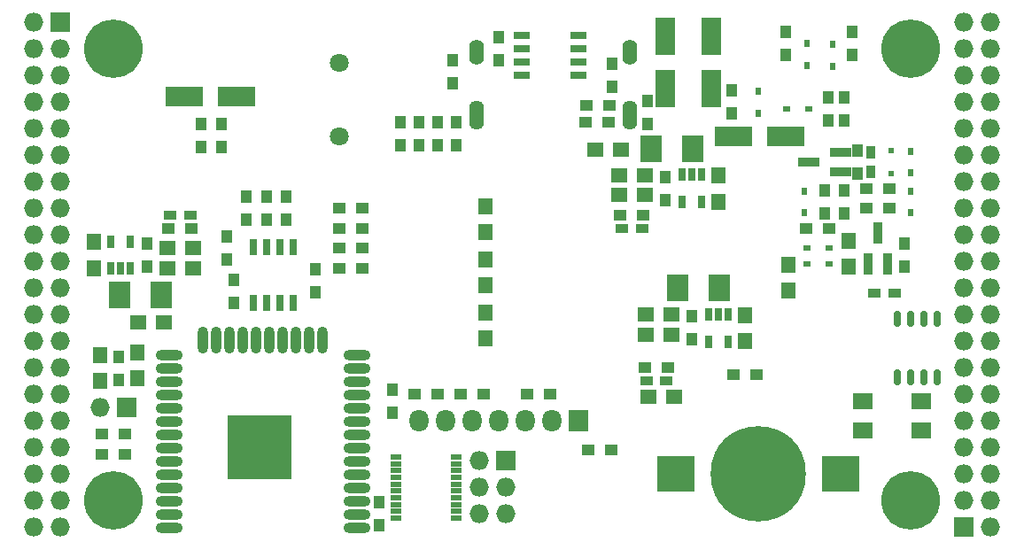
<source format=gbs>
G04 #@! TF.FileFunction,Soldermask,Bot*
%FSLAX46Y46*%
G04 Gerber Fmt 4.6, Leading zero omitted, Abs format (unit mm)*
G04 Created by KiCad (PCBNEW 4.0.7+dfsg1-1) date Wed Oct 11 10:43:22 2017*
%MOMM*%
%LPD*%
G01*
G04 APERTURE LIST*
%ADD10C,0.100000*%
%ADD11R,1.900000X3.600000*%
%ADD12R,1.000000X1.300000*%
%ADD13R,2.100000X2.600000*%
%ADD14R,0.800000X1.300000*%
%ADD15R,1.350000X1.600000*%
%ADD16R,1.600000X1.350000*%
%ADD17O,0.709600X1.573200*%
%ADD18R,0.900000X2.000000*%
%ADD19R,2.000000X0.900000*%
%ADD20R,1.300000X0.850000*%
%ADD21R,0.850000X1.300000*%
%ADD22R,1.300000X1.000000*%
%ADD23R,0.700000X1.650000*%
%ADD24R,1.650000X0.700000*%
%ADD25O,2.600000X1.000000*%
%ADD26O,1.000000X2.600000*%
%ADD27R,6.100000X6.100000*%
%ADD28R,1.827200X1.827200*%
%ADD29O,1.827200X1.827200*%
%ADD30C,5.600000*%
%ADD31R,1.100000X0.500000*%
%ADD32R,1.827200X2.132000*%
%ADD33O,1.827200X2.132000*%
%ADD34R,3.600000X3.400000*%
%ADD35C,9.100000*%
%ADD36C,1.800000*%
%ADD37O,1.400000X2.800000*%
%ADD38O,1.400000X2.400000*%
%ADD39R,1.900000X1.500000*%
%ADD40R,0.600000X0.600000*%
%ADD41R,0.700000X0.550000*%
%ADD42R,0.550000X0.700000*%
%ADD43R,3.600000X1.900000*%
G04 APERTURE END LIST*
D10*
D11*
X155695000Y-69000000D03*
X155695000Y-64000000D03*
D12*
X154044000Y-72426000D03*
X154044000Y-70226000D03*
D13*
X160870000Y-88090000D03*
X156870000Y-88090000D03*
D14*
X159825000Y-90600000D03*
X160775000Y-90600000D03*
X161725000Y-90600000D03*
X161725000Y-93200000D03*
X159825000Y-93200000D03*
D13*
X158330000Y-74755000D03*
X154330000Y-74755000D03*
D14*
X157285000Y-77235000D03*
X158235000Y-77235000D03*
X159185000Y-77235000D03*
X159185000Y-79835000D03*
X157285000Y-79835000D03*
D13*
X103530000Y-88725000D03*
X107530000Y-88725000D03*
D14*
X104575000Y-86215000D03*
X103625000Y-86215000D03*
X102675000Y-86215000D03*
X102675000Y-83615000D03*
X104575000Y-83615000D03*
D15*
X101085000Y-83665000D03*
X101085000Y-86165000D03*
D16*
X153810000Y-90630000D03*
X156310000Y-90630000D03*
X153810000Y-92535000D03*
X156310000Y-92535000D03*
D15*
X163315000Y-93150000D03*
X163315000Y-90650000D03*
D16*
X151270000Y-79200000D03*
X153770000Y-79200000D03*
X151270000Y-77295000D03*
X153770000Y-77295000D03*
D15*
X160775000Y-79815000D03*
X160775000Y-77315000D03*
D16*
X110590000Y-84280000D03*
X108090000Y-84280000D03*
X110590000Y-86185000D03*
X108090000Y-86185000D03*
D17*
X181730000Y-96599000D03*
X180460000Y-96599000D03*
X179190000Y-96599000D03*
X177920000Y-96599000D03*
X177920000Y-91011000D03*
X179190000Y-91011000D03*
X180460000Y-91011000D03*
X181730000Y-91011000D03*
D15*
X173221000Y-86038000D03*
X173221000Y-83538000D03*
D18*
X176965000Y-85780000D03*
X175065000Y-85780000D03*
X176015000Y-82780000D03*
D19*
X172435000Y-75075000D03*
X172435000Y-76975000D03*
X169435000Y-76025000D03*
D20*
X153910000Y-96910000D03*
X155810000Y-96910000D03*
X151570000Y-82375000D03*
X153470000Y-82375000D03*
X110290000Y-81105000D03*
X108390000Y-81105000D03*
D21*
X175380000Y-75075000D03*
X175380000Y-76975000D03*
D22*
X169200000Y-82375000D03*
X171400000Y-82375000D03*
D12*
X172840000Y-80935000D03*
X172840000Y-78735000D03*
D22*
X177115000Y-80470000D03*
X174915000Y-80470000D03*
D12*
X174110000Y-74925000D03*
X174110000Y-77125000D03*
X178555000Y-83815000D03*
X178555000Y-86015000D03*
X113785000Y-83180000D03*
X113785000Y-85380000D03*
X170935000Y-80935000D03*
X170935000Y-78735000D03*
X128390000Y-108580000D03*
X128390000Y-110780000D03*
D22*
X150572000Y-103584000D03*
X148372000Y-103584000D03*
X177115000Y-78565000D03*
X174915000Y-78565000D03*
X153760000Y-95640000D03*
X155960000Y-95640000D03*
X110440000Y-82375000D03*
X108240000Y-82375000D03*
X151420000Y-81105000D03*
X153620000Y-81105000D03*
D12*
X158235000Y-90800000D03*
X158235000Y-93000000D03*
X106165000Y-86015000D03*
X106165000Y-83815000D03*
X155695000Y-77465000D03*
X155695000Y-79665000D03*
D22*
X126782000Y-86185000D03*
X124582000Y-86185000D03*
X126782000Y-84279000D03*
X124582000Y-84279000D03*
X126782000Y-82375000D03*
X124582000Y-82375000D03*
X126782000Y-80470000D03*
X124582000Y-80470000D03*
D12*
X130422000Y-74458000D03*
X130422000Y-72258000D03*
X132200000Y-74458000D03*
X132200000Y-72258000D03*
X133978000Y-74458000D03*
X133978000Y-72258000D03*
X135756000Y-74458000D03*
X135756000Y-72258000D03*
D23*
X116325000Y-84120000D03*
X117595000Y-84120000D03*
X118865000Y-84120000D03*
X120135000Y-84120000D03*
X120135000Y-89520000D03*
X118865000Y-89520000D03*
X117595000Y-89520000D03*
X116325000Y-89520000D03*
D20*
X175700000Y-88598000D03*
X177600000Y-88598000D03*
D24*
X141980000Y-67705000D03*
X141980000Y-66435000D03*
X141980000Y-65165000D03*
X141980000Y-63895000D03*
X147380000Y-63895000D03*
X147380000Y-65165000D03*
X147380000Y-66435000D03*
X147380000Y-67705000D03*
D25*
X126260434Y-111030338D03*
X126260434Y-109760338D03*
X126260434Y-108490338D03*
X126260434Y-107220338D03*
X126260434Y-105950338D03*
X126260434Y-104680338D03*
X126260434Y-103410338D03*
X126260434Y-102140338D03*
X126260434Y-100870338D03*
X126260434Y-99600338D03*
X126260434Y-98330338D03*
X126260434Y-97060338D03*
X126260434Y-95790338D03*
X126260434Y-94520338D03*
D26*
X122975434Y-93030338D03*
X121705434Y-93030338D03*
X120435434Y-93030338D03*
X119165434Y-93030338D03*
X117895434Y-93030338D03*
X116625434Y-93030338D03*
X115355434Y-93030338D03*
X114085434Y-93030338D03*
X112815434Y-93030338D03*
X111545434Y-93030338D03*
D25*
X108260434Y-94520338D03*
X108260434Y-95790338D03*
X108260434Y-97060338D03*
X108260434Y-98330338D03*
X108260434Y-99600338D03*
X108260434Y-100870338D03*
X108260434Y-102140338D03*
X108260434Y-103410338D03*
X108260434Y-104680338D03*
X108260434Y-105950338D03*
X108260434Y-107220338D03*
X108260434Y-108490338D03*
X108260434Y-109760338D03*
X108260434Y-111030338D03*
D27*
X116960434Y-103330338D03*
D28*
X97910000Y-62690000D03*
D29*
X95370000Y-62690000D03*
X97910000Y-65230000D03*
X95370000Y-65230000D03*
X97910000Y-67770000D03*
X95370000Y-67770000D03*
X97910000Y-70310000D03*
X95370000Y-70310000D03*
X97910000Y-72850000D03*
X95370000Y-72850000D03*
X97910000Y-75390000D03*
X95370000Y-75390000D03*
X97910000Y-77930000D03*
X95370000Y-77930000D03*
X97910000Y-80470000D03*
X95370000Y-80470000D03*
X97910000Y-83010000D03*
X95370000Y-83010000D03*
X97910000Y-85550000D03*
X95370000Y-85550000D03*
X97910000Y-88090000D03*
X95370000Y-88090000D03*
X97910000Y-90630000D03*
X95370000Y-90630000D03*
X97910000Y-93170000D03*
X95370000Y-93170000D03*
X97910000Y-95710000D03*
X95370000Y-95710000D03*
X97910000Y-98250000D03*
X95370000Y-98250000D03*
X97910000Y-100790000D03*
X95370000Y-100790000D03*
X97910000Y-103330000D03*
X95370000Y-103330000D03*
X97910000Y-105870000D03*
X95370000Y-105870000D03*
X97910000Y-108410000D03*
X95370000Y-108410000D03*
X97910000Y-110950000D03*
X95370000Y-110950000D03*
D28*
X184270000Y-110950000D03*
D29*
X186810000Y-110950000D03*
X184270000Y-108410000D03*
X186810000Y-108410000D03*
X184270000Y-105870000D03*
X186810000Y-105870000D03*
X184270000Y-103330000D03*
X186810000Y-103330000D03*
X184270000Y-100790000D03*
X186810000Y-100790000D03*
X184270000Y-98250000D03*
X186810000Y-98250000D03*
X184270000Y-95710000D03*
X186810000Y-95710000D03*
X184270000Y-93170000D03*
X186810000Y-93170000D03*
X184270000Y-90630000D03*
X186810000Y-90630000D03*
X184270000Y-88090000D03*
X186810000Y-88090000D03*
X184270000Y-85550000D03*
X186810000Y-85550000D03*
X184270000Y-83010000D03*
X186810000Y-83010000D03*
X184270000Y-80470000D03*
X186810000Y-80470000D03*
X184270000Y-77930000D03*
X186810000Y-77930000D03*
X184270000Y-75390000D03*
X186810000Y-75390000D03*
X184270000Y-72850000D03*
X186810000Y-72850000D03*
X184270000Y-70310000D03*
X186810000Y-70310000D03*
X184270000Y-67770000D03*
X186810000Y-67770000D03*
X184270000Y-65230000D03*
X186810000Y-65230000D03*
X184270000Y-62690000D03*
X186810000Y-62690000D03*
D30*
X102990000Y-108410000D03*
X179190000Y-108410000D03*
X179190000Y-65230000D03*
X102990000Y-65230000D03*
D12*
X162045000Y-71410000D03*
X162045000Y-69210000D03*
X139820000Y-66330000D03*
X139820000Y-64130000D03*
X135375000Y-68532000D03*
X135375000Y-66332000D03*
X150615000Y-68870000D03*
X150615000Y-66670000D03*
D22*
X150275000Y-72215000D03*
X148075000Y-72215000D03*
X150380000Y-70600000D03*
X148180000Y-70600000D03*
D31*
X135735000Y-104215000D03*
X135735000Y-104865000D03*
X135735000Y-105515000D03*
X135735000Y-106165000D03*
X135735000Y-106815000D03*
X135735000Y-107465000D03*
X135735000Y-108115000D03*
X135735000Y-108765000D03*
X135735000Y-109415000D03*
X135735000Y-110065000D03*
X129935000Y-110065000D03*
X129935000Y-109415000D03*
X129935000Y-108765000D03*
X129935000Y-108115000D03*
X129935000Y-107465000D03*
X129935000Y-106815000D03*
X129935000Y-106165000D03*
X129935000Y-105515000D03*
X129935000Y-104865000D03*
X129935000Y-104215000D03*
D12*
X119500000Y-79370000D03*
X119500000Y-81570000D03*
X114480000Y-89500000D03*
X114480000Y-87300000D03*
X129660000Y-99985000D03*
X129660000Y-97785000D03*
X117595000Y-79370000D03*
X117595000Y-81570000D03*
X122280000Y-86300000D03*
X122280000Y-88500000D03*
X115690000Y-79370000D03*
X115690000Y-81570000D03*
D22*
X144730000Y-98250000D03*
X142530000Y-98250000D03*
X138380000Y-98250000D03*
X136180000Y-98250000D03*
X133935000Y-98250000D03*
X131735000Y-98250000D03*
X101890000Y-103965000D03*
X104090000Y-103965000D03*
D28*
X104260000Y-99520000D03*
D29*
X101720000Y-99520000D03*
D22*
X101890000Y-102060000D03*
X104090000Y-102060000D03*
D12*
X103498000Y-96894000D03*
X103498000Y-94694000D03*
D15*
X167506000Y-88324000D03*
X167506000Y-85824000D03*
D22*
X164415000Y-96345000D03*
X162215000Y-96345000D03*
D12*
X167252000Y-65822000D03*
X167252000Y-63622000D03*
D28*
X140455000Y-104600000D03*
D29*
X137915000Y-104600000D03*
X140455000Y-107140000D03*
X137915000Y-107140000D03*
X140455000Y-109680000D03*
X137915000Y-109680000D03*
D15*
X138550000Y-90396000D03*
X138550000Y-92896000D03*
X138550000Y-82736000D03*
X138550000Y-80236000D03*
X138550000Y-85316000D03*
X138550000Y-87816000D03*
X101720000Y-94460000D03*
X101720000Y-96960000D03*
D12*
X113277000Y-74585000D03*
X113277000Y-72385000D03*
X111372000Y-74585000D03*
X111372000Y-72385000D03*
X172840000Y-72045000D03*
X172840000Y-69845000D03*
X171316000Y-72045000D03*
X171316000Y-69845000D03*
D32*
X147440000Y-100790000D03*
D33*
X144900000Y-100790000D03*
X142360000Y-100790000D03*
X139820000Y-100790000D03*
X137280000Y-100790000D03*
X134740000Y-100790000D03*
X132200000Y-100790000D03*
D34*
X172485000Y-105870000D03*
X156685000Y-105870000D03*
D35*
X164585000Y-105870000D03*
D36*
X124580000Y-66540000D03*
X124580000Y-73540000D03*
D37*
X152280000Y-71550000D03*
X137680000Y-71550000D03*
D38*
X137680000Y-65500000D03*
X152280000Y-65500000D03*
D39*
X180212000Y-98882000D03*
X174612000Y-98882000D03*
X174612000Y-101682000D03*
X180212000Y-101682000D03*
D40*
X177285000Y-74925000D03*
X177285000Y-77125000D03*
D15*
X105276000Y-96706000D03*
X105276000Y-94206000D03*
D41*
X169250000Y-84280000D03*
X171350000Y-84280000D03*
D42*
X179190000Y-80885000D03*
X179190000Y-78785000D03*
X169030000Y-80885000D03*
X169030000Y-78785000D03*
D41*
X171350000Y-85804000D03*
X169250000Y-85804000D03*
D42*
X179190000Y-77075000D03*
X179190000Y-74975000D03*
D41*
X167345000Y-70945000D03*
X169445000Y-70945000D03*
D42*
X164585000Y-69260000D03*
X164585000Y-71360000D03*
X169284000Y-66788000D03*
X169284000Y-64688000D03*
X171697000Y-66881000D03*
X171697000Y-64781000D03*
D43*
X109761000Y-69802000D03*
X114761000Y-69802000D03*
X167212000Y-73612000D03*
X162212000Y-73612000D03*
D11*
X160140000Y-64000000D03*
X160140000Y-69000000D03*
D16*
X154064000Y-98504000D03*
X156564000Y-98504000D03*
X107796000Y-91392000D03*
X105296000Y-91392000D03*
X151484000Y-74882000D03*
X148984000Y-74882000D03*
D12*
X173602000Y-65822000D03*
X173602000Y-63622000D03*
M02*

</source>
